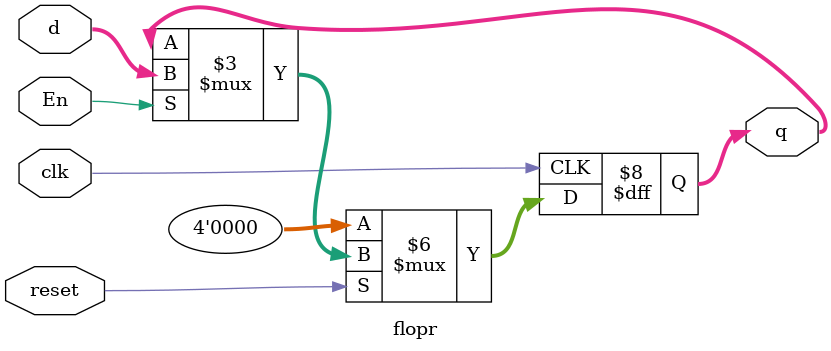
<source format=v>
module flopr(clk,reset,En,d,q);

	input clk,reset,En;
	input [3:0]d;
	output reg[3:0] q;

	always@(posedge clk) begin
		if(!reset) q <= 4'b0;
		else if(En) q <= d;
	end
endmodule

</source>
